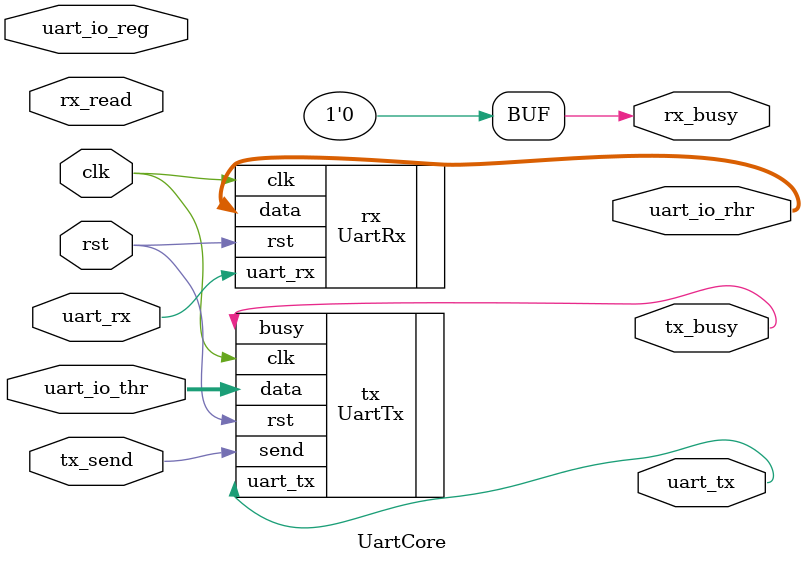
<source format=sv>
module UartCore (
    input logic clk,
    input logic rst,
    // TODO - clear on write
    input logic tx_send,
    // TODO - clear on read
    input logic rx_read,
    input logic uart_rx,
    input logic [7:0] uart_io_thr,
    input logic[31:0] uart_io_reg,
    output logic tx_busy,
    output logic rx_busy,
    output logic uart_tx,
    output logic [7:0] uart_io_rhr
);

    assign rx_busy = 0;

    UartTx tx(
        .clk(clk),
        .rst(rst),
        .send(tx_send),
        .busy(tx_busy),
        .data(uart_io_thr),
        .uart_tx(uart_tx)
    );

    UartRx rx(
        .clk(clk),
        .rst(rst),
        .uart_rx(uart_rx),
        .data(uart_io_rhr)
    );

endmodule
</source>
